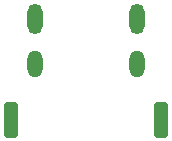
<source format=gbr>
%TF.GenerationSoftware,KiCad,Pcbnew,9.0.7*%
%TF.CreationDate,2026-02-26T13:23:17-05:00*%
%TF.ProjectId,Mag Charger Adapter,4d616720-4368-4617-9267-657220416461,X1*%
%TF.SameCoordinates,Original*%
%TF.FileFunction,Soldermask,Bot*%
%TF.FilePolarity,Negative*%
%FSLAX46Y46*%
G04 Gerber Fmt 4.6, Leading zero omitted, Abs format (unit mm)*
G04 Created by KiCad (PCBNEW 9.0.7) date 2026-02-26 13:23:17*
%MOMM*%
%LPD*%
G01*
G04 APERTURE LIST*
G04 Aperture macros list*
%AMRoundRect*
0 Rectangle with rounded corners*
0 $1 Rounding radius*
0 $2 $3 $4 $5 $6 $7 $8 $9 X,Y pos of 4 corners*
0 Add a 4 corners polygon primitive as box body*
4,1,4,$2,$3,$4,$5,$6,$7,$8,$9,$2,$3,0*
0 Add four circle primitives for the rounded corners*
1,1,$1+$1,$2,$3*
1,1,$1+$1,$4,$5*
1,1,$1+$1,$6,$7*
1,1,$1+$1,$8,$9*
0 Add four rect primitives between the rounded corners*
20,1,$1+$1,$2,$3,$4,$5,0*
20,1,$1+$1,$4,$5,$6,$7,0*
20,1,$1+$1,$6,$7,$8,$9,0*
20,1,$1+$1,$8,$9,$2,$3,0*%
G04 Aperture macros list end*
%ADD10O,1.295400X2.590800*%
%ADD11O,1.295400X2.311400*%
%ADD12RoundRect,0.250000X-0.350000X-1.250000X0.350000X-1.250000X0.350000X1.250000X-0.350000X1.250000X0*%
G04 APERTURE END LIST*
D10*
%TO.C,J2*%
X158770032Y-136400589D03*
D11*
X158770002Y-140220589D03*
X150129998Y-140220589D03*
D10*
X150129968Y-136400589D03*
%TD*%
D12*
%TO.C,J1*%
X148095000Y-144985500D03*
X160795000Y-144985500D03*
%TD*%
M02*

</source>
